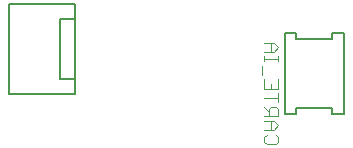
<source format=gbo>
G75*
%MOIN*%
%OFA0B0*%
%FSLAX24Y24*%
%IPPOS*%
%LPD*%
%AMOC8*
5,1,8,0,0,1.08239X$1,22.5*
%
%ADD10C,0.0050*%
%ADD11C,0.0040*%
D10*
X000581Y007320D02*
X000581Y010320D01*
X002781Y010320D01*
X002781Y009820D01*
X002281Y009820D01*
X002281Y007820D01*
X002781Y007820D01*
X002781Y009820D01*
X002781Y007820D02*
X002781Y007320D01*
X000581Y007320D01*
X009763Y006629D02*
X010157Y006629D01*
X010157Y006826D01*
X011338Y006826D01*
X011338Y006629D01*
X011732Y006629D01*
X011732Y009353D01*
X011338Y009353D01*
X011338Y009157D01*
X010157Y009157D01*
X010157Y009353D01*
X009763Y009353D01*
X009763Y006629D01*
D11*
X009547Y006568D02*
X009547Y006798D01*
X009470Y006875D01*
X009317Y006875D01*
X009240Y006798D01*
X009240Y006568D01*
X009240Y006721D02*
X009086Y006875D01*
X009086Y006568D02*
X009547Y006568D01*
X009393Y006414D02*
X009547Y006261D01*
X009393Y006107D01*
X009086Y006107D01*
X009163Y005954D02*
X009086Y005877D01*
X009086Y005724D01*
X009163Y005647D01*
X009470Y005647D01*
X009547Y005724D01*
X009547Y005877D01*
X009470Y005954D01*
X009317Y006107D02*
X009317Y006414D01*
X009393Y006414D02*
X009086Y006414D01*
X009086Y007182D02*
X009547Y007182D01*
X009547Y007335D02*
X009547Y007028D01*
X009547Y007489D02*
X009086Y007489D01*
X009086Y007795D01*
X009010Y007949D02*
X009010Y008256D01*
X009086Y008409D02*
X009086Y008563D01*
X009086Y008486D02*
X009547Y008486D01*
X009547Y008409D02*
X009547Y008563D01*
X009393Y008716D02*
X009547Y008870D01*
X009393Y009023D01*
X009086Y009023D01*
X009317Y009023D02*
X009317Y008716D01*
X009393Y008716D02*
X009086Y008716D01*
X009547Y007795D02*
X009547Y007489D01*
X009317Y007489D02*
X009317Y007642D01*
M02*

</source>
